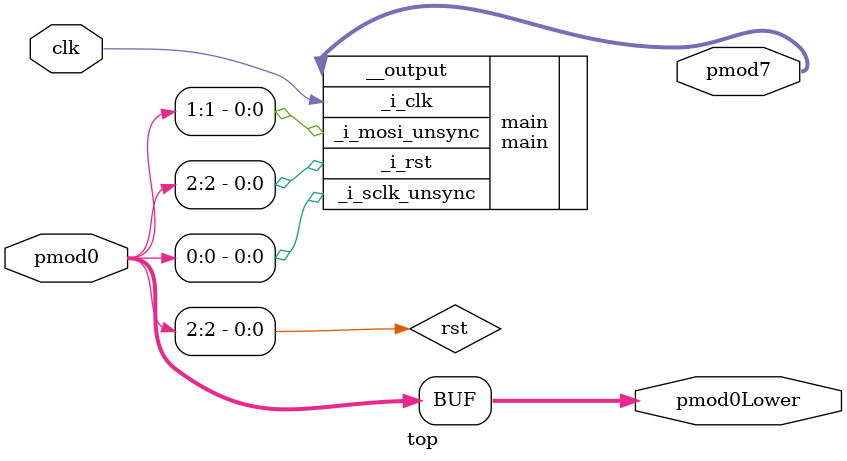
<source format=v>
module top (
    input clk,

    output[7:0] pmod7,
    input[3:0] pmod0,
    output[3:0] pmod0Lower
);
    wire rst;
    assign rst = pmod0[2];

    assign pmod0Lower = pmod0;

    main main
        ( ._i_clk(clk)
        , ._i_rst(rst)
        , ._i_sclk_unsync(pmod0[0])
        , ._i_mosi_unsync(pmod0[1])
        , .__output(pmod7)
        );
endmodule


</source>
